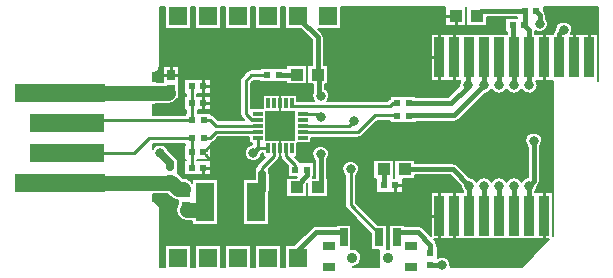
<source format=gbr>
G04 EasyPC Gerber Version 21.0.3 Build 4286 *
G04 #@! TF.Part,Single*
G04 #@! TF.FileFunction,Copper,L1,Top *
G04 #@! TF.FilePolarity,Positive *
%FSLAX35Y35*%
%MOIN*%
G04 #@! TA.AperFunction,SMDPad*
%ADD23R,0.01200X0.03200*%
%ADD18R,0.02400X0.02400*%
%ADD70R,0.02756X0.05906*%
%ADD28R,0.02800X0.03500*%
%ADD16R,0.03200X0.13200*%
%ADD24R,0.03200X0.01200*%
%ADD27R,0.02200X0.02000*%
%ADD17R,0.02400X0.02400*%
%ADD20R,0.03937X0.03150*%
%ADD19R,0.04291X0.03937*%
%ADD26R,0.06000X0.12800*%
G04 #@! TA.AperFunction,ComponentPad*
%ADD29R,0.06000X0.06000*%
G04 #@! TA.AperFunction,SMDPad*
%ADD25R,0.10000X0.10000*%
G04 #@! TD.AperFunction*
%ADD11C,0.00500*%
%ADD15C,0.01000*%
%ADD75C,0.01500*%
%ADD73C,0.02500*%
G04 #@! TA.AperFunction,ViaPad*
%ADD72C,0.03200*%
G04 #@! TA.AperFunction,ComponentPad*
%ADD71C,0.03543*%
G04 #@! TD.AperFunction*
%ADD74C,0.05000*%
G04 #@! TA.AperFunction,SMDPad*
%ADD22R,0.25000X0.06300*%
%ADD21R,0.30000X0.06300*%
X0Y0D02*
D02*
D11*
X50250Y25250D02*
G75*
G02X52750Y22750J-2500D01*
G01*
Y3250*
X54500*
Y10500*
X63000*
Y3250*
X64500*
Y10500*
X73000*
Y3250*
X74500*
Y10500*
X78750*
Y46374*
X72049*
X70609Y44912*
G75*
G02X69700Y44396I-1359J1339*
G01*
Y43700*
X69600*
Y38900*
X65000*
Y38700*
X69600*
Y33800*
X60800*
Y38700*
X61500*
Y38900*
X60800*
Y43800*
X60900*
Y44343*
X50250*
Y42619*
G75*
G02X55485Y42050I2500J-1369*
G01*
X57918Y39618*
G75*
G02X58315Y39100I-1768J-1768*
G01*
X58600*
Y38348*
G75*
G02X58650Y37850I-2451J-498*
G01*
Y36650*
G75*
G02X58600Y36152I-2501*
G01*
Y34512*
G75*
G02X59402Y33902I-1850J-3262*
G01*
X60303Y33000*
G75*
G02X63440Y31300I-3J-3750*
G01*
X63500*
Y32400*
X72000*
Y17100*
X63500*
Y18500*
X61750*
G75*
G02X58610Y20200J3750*
G01*
X58600*
Y20215*
G75*
G02Y24285I3150J2035*
G01*
Y25503*
G75*
G02X56098Y26598I150J3747*
G01*
X55197Y27500*
X50250*
Y25250*
G36*
G75*
G02X52750Y22750J-2500*
G01*
Y3250*
X54500*
Y10500*
X63000*
Y3250*
X64500*
Y10500*
X73000*
Y3250*
X74500*
Y10500*
X78750*
Y46374*
X72049*
X70609Y44912*
G75*
G02X69700Y44396I-1359J1339*
G01*
Y43700*
X69600*
Y38900*
X65000*
Y38700*
X69600*
Y33800*
X60800*
Y38700*
X61500*
Y38900*
X60800*
Y43800*
X60900*
Y44343*
X50250*
Y42619*
G75*
G02X55485Y42050I2500J-1369*
G01*
X57918Y39618*
G75*
G02X58315Y39100I-1768J-1768*
G01*
X58600*
Y38348*
G75*
G02X58650Y37850I-2451J-498*
G01*
Y36650*
G75*
G02X58600Y36152I-2501*
G01*
Y34512*
G75*
G02X59402Y33902I-1850J-3262*
G01*
X60303Y33000*
G75*
G02X63440Y31300I-3J-3750*
G01*
X63500*
Y32400*
X72000*
Y17100*
X63500*
Y18500*
X61750*
G75*
G02X58610Y20200J3750*
G01*
X58600*
Y20215*
G75*
G02Y24285I3150J2035*
G01*
Y25503*
G75*
G02X56098Y26598I150J3747*
G01*
X55197Y27500*
X50250*
Y25250*
G37*
Y53900D02*
X60900D01*
Y54600*
X61443*
Y55400*
X60800*
Y60300*
X61500*
Y60900*
X60800*
Y65800*
X69600*
Y60900*
X65000*
Y60300*
X69600*
Y55400*
X65257*
Y54600*
X69700*
Y54104*
G75*
G02X70599Y53599I-450J-1854*
G01*
X72040Y52157*
X78750*
Y82500*
X74500*
Y89750*
X73000*
Y82500*
X64500*
Y89750*
X63000*
Y82500*
X54500*
Y89750*
X52750*
Y70250*
G75*
G02X50250Y67750I-2500*
G01*
Y65323*
G75*
G02X51839Y65000J-4073*
G01*
X53600*
Y70300*
X58900*
Y62300*
G75*
G02Y60200I-3600J-1050*
G01*
Y59200*
X58440*
G75*
G02X55300Y57500I-3140J2050*
G01*
X51839*
G75*
G02X50250Y57177I-1589J3750*
G01*
Y53900*
G36*
X60900*
Y54600*
X61443*
Y55400*
X60800*
Y60300*
X61500*
Y60900*
X60800*
Y65800*
X69600*
Y60900*
X65000*
Y60300*
X69600*
Y55400*
X65257*
Y54600*
X69700*
Y54104*
G75*
G02X70599Y53599I-450J-1854*
G01*
X72040Y52157*
X78750*
Y82500*
X74500*
Y89750*
X73000*
Y82500*
X64500*
Y89750*
X63000*
Y82500*
X54500*
Y89750*
X52750*
Y70250*
G75*
G02X50250Y67750I-2500*
G01*
Y65323*
G75*
G02X51839Y65000J-4073*
G01*
X53600*
Y70300*
X58900*
Y62300*
G75*
G02Y60200I-3600J-1050*
G01*
Y59200*
X58440*
G75*
G02X55300Y57500I-3140J2050*
G01*
X51839*
G75*
G02X50250Y57177I-1589J3750*
G01*
Y53900*
G37*
X78750Y10500D02*
X83000D01*
Y3250*
X84500*
Y10500*
X93000*
Y3250*
X94500*
Y10500*
X97449*
X103224Y16276*
G75*
G02X104750Y16907I1526J-1526*
G01*
X111264*
Y17343*
X116520*
Y9270*
G75*
G02X119869Y6266I328J-3004*
G01*
G75*
G02X117030Y3250I-3022*
G01*
X125750*
Y5446*
G75*
G02Y7086I2908J820*
G01*
Y8937*
X123075*
Y14228*
X114901Y22401*
G75*
G02X114343Y23750I1349J1349*
G01*
Y33632*
G75*
G02X113400Y35750I1907J2118*
G01*
G75*
G02X119100I2850*
G01*
G75*
G02X118157Y33632I-2850*
G01*
Y24540*
X125355Y17343*
X125750*
Y27900*
X124800*
Y32531*
X123854*
Y38969*
X125750*
Y51743*
X125030*
X120086Y46889*
G75*
G02X118750Y46343I-1336J1361*
G01*
X103074*
Y44463*
X98537*
Y39926*
X97757*
X99192Y38506*
G75*
G02X99504Y38100I-1342J-1354*
G01*
X104200*
Y33200*
X103673*
G75*
G02X103591Y32969I-1923J550*
G01*
X104250*
Y38720*
G75*
G02X103400Y40750I2000J2030*
G01*
G75*
G02X109100I2850*
G01*
G75*
G02X108250Y38720I-2850*
G01*
Y32969*
X108646*
Y26531*
X101854*
Y31026*
X101646Y30817*
Y26531*
X94854*
Y32969*
X98140*
X98372Y33200*
X95400*
Y36891*
X93376Y38894*
G75*
G02X92811Y40250I1342J1356*
G01*
Y42776*
G75*
G02X92869Y43241I1907*
G01*
Y45626*
X97374*
Y54874*
X92869*
Y60574*
X98537*
Y58500*
X104000*
G75*
G02X103750Y61619I2250J1750*
G01*
Y64031*
X101854*
Y70469*
X103250*
Y78922*
X99672Y82500*
X94500*
Y89750*
X93000*
Y82500*
X84500*
Y89750*
X83000*
Y82500*
X78750*
Y52157*
X80645*
X79901Y52901*
G75*
G02X79343Y54250I1349J1349*
G01*
Y65250*
G75*
G02X79901Y66599I1907*
G01*
X81801Y68499*
G75*
G02X83150Y69057I1349J-1349*
G01*
X85900*
Y69600*
X94700*
Y69407*
X94854*
Y70469*
X101646*
Y64031*
X94854*
Y65093*
X94700*
Y64700*
X85900*
Y65243*
X83940*
X83157Y64460*
Y56037*
X86963*
Y60574*
X92631*
Y54874*
X88126*
Y45626*
X92631*
Y43241*
G75*
G02X92689Y42776I-1849J-465*
G01*
Y40250*
G75*
G02X92125Y38896I-1907*
G01*
X89100Y35894*
Y35507*
G75*
G02X89250Y33326I-2350J-1257*
G01*
Y28750*
G75*
G02X89000Y27660I-2500*
G01*
Y17100*
X80500*
Y32400*
X84250*
Y33326*
G75*
G02X84400Y35507I2500J924*
G01*
Y36500*
X84859*
G75*
G02X85406Y37604I1891J-250*
G01*
X87747Y39926*
X86963*
Y41026*
X86591*
G75*
G02X80900Y41250I-2841J224*
G01*
G75*
G02X83369Y44074I2850*
G01*
Y44463*
X82426*
Y46374*
X78750*
Y10500*
G36*
X83000*
Y3250*
X84500*
Y10500*
X93000*
Y3250*
X94500*
Y10500*
X97449*
X103224Y16276*
G75*
G02X104750Y16907I1526J-1526*
G01*
X111264*
Y17343*
X116520*
Y9270*
G75*
G02X119869Y6266I328J-3004*
G01*
G75*
G02X117030Y3250I-3022*
G01*
X125750*
Y5446*
G75*
G02Y7086I2908J820*
G01*
Y8937*
X123075*
Y14228*
X114901Y22401*
G75*
G02X114343Y23750I1349J1349*
G01*
Y33632*
G75*
G02X113400Y35750I1907J2118*
G01*
G75*
G02X119100I2850*
G01*
G75*
G02X118157Y33632I-2850*
G01*
Y24540*
X125355Y17343*
X125750*
Y27900*
X124800*
Y32531*
X123854*
Y38969*
X125750*
Y51743*
X125030*
X120086Y46889*
G75*
G02X118750Y46343I-1336J1361*
G01*
X103074*
Y44463*
X98537*
Y39926*
X97757*
X99192Y38506*
G75*
G02X99504Y38100I-1342J-1354*
G01*
X104200*
Y33200*
X103673*
G75*
G02X103591Y32969I-1923J550*
G01*
X104250*
Y38720*
G75*
G02X103400Y40750I2000J2030*
G01*
G75*
G02X109100I2850*
G01*
G75*
G02X108250Y38720I-2850*
G01*
Y32969*
X108646*
Y26531*
X101854*
Y31026*
X101646Y30817*
Y26531*
X94854*
Y32969*
X98140*
X98372Y33200*
X95400*
Y36891*
X93376Y38894*
G75*
G02X92811Y40250I1342J1356*
G01*
Y42776*
G75*
G02X92869Y43241I1907*
G01*
Y45626*
X97374*
Y54874*
X92869*
Y60574*
X98537*
Y58500*
X104000*
G75*
G02X103750Y61619I2250J1750*
G01*
Y64031*
X101854*
Y70469*
X103250*
Y78922*
X99672Y82500*
X94500*
Y89750*
X93000*
Y82500*
X84500*
Y89750*
X83000*
Y82500*
X78750*
Y52157*
X80645*
X79901Y52901*
G75*
G02X79343Y54250I1349J1349*
G01*
Y65250*
G75*
G02X79901Y66599I1907*
G01*
X81801Y68499*
G75*
G02X83150Y69057I1349J-1349*
G01*
X85900*
Y69600*
X94700*
Y69407*
X94854*
Y70469*
X101646*
Y64031*
X94854*
Y65093*
X94700*
Y64700*
X85900*
Y65243*
X83940*
X83157Y64460*
Y56037*
X86963*
Y60574*
X92631*
Y54874*
X88126*
Y45626*
X92631*
Y43241*
G75*
G02X92689Y42776I-1849J-465*
G01*
Y40250*
G75*
G02X92125Y38896I-1907*
G01*
X89100Y35894*
Y35507*
G75*
G02X89250Y33326I-2350J-1257*
G01*
Y28750*
G75*
G02X89000Y27660I-2500*
G01*
Y17100*
X80500*
Y32400*
X84250*
Y33326*
G75*
G02X84400Y35507I2500J924*
G01*
Y36500*
X84859*
G75*
G02X85406Y37604I1891J-250*
G01*
X87747Y39926*
X86963*
Y41026*
X86591*
G75*
G02X80900Y41250I-2841J224*
G01*
G75*
G02X83369Y44074I2850*
G01*
Y44463*
X82426*
Y46374*
X78750*
Y10500*
G37*
X125750Y17343D02*
X128331D01*
Y9270*
G75*
G02X128980Y9270I327J-3004*
G01*
Y17343*
X134236*
Y16907*
X138750*
G75*
G02X140276Y16276J-2157*
G01*
X142900Y13651*
Y28100*
X153750*
Y28220*
G75*
G02X152900Y30250I2000J2030*
G01*
G75*
G02Y30272I2865J11*
G01*
X149422Y33750*
X137646*
Y32531*
X133600*
Y27900*
X125750*
Y17343*
G36*
X128331*
Y9270*
G75*
G02X128980Y9270I327J-3004*
G01*
Y17343*
X134236*
Y16907*
X138750*
G75*
G02X140276Y16276J-2157*
G01*
X142900Y13651*
Y28100*
X153750*
Y28220*
G75*
G02X152900Y30250I2000J2030*
G01*
G75*
G02Y30272I2865J11*
G01*
X149422Y33750*
X137646*
Y32531*
X133600*
Y27900*
X125750*
Y17343*
G37*
Y38969D02*
X130646D01*
Y32800*
X130854*
Y38969*
X137646*
Y37750*
X150250*
G75*
G02X151664Y37164J-2000*
G01*
X155728Y33100*
G75*
G02X158250Y31619I22J-2850*
G01*
G75*
G02X163250I2500J-1369*
G01*
G75*
G02X168250I2500J-1369*
G01*
G75*
G02X173250I2500J-1369*
G01*
G75*
G02X175250Y33056I2500J-1369*
G01*
Y43220*
G75*
G02X174400Y45250I2000J2030*
G01*
G75*
G02X180100I2850*
G01*
G75*
G02X179250Y43220I-2850*
G01*
Y31750*
G75*
G02X178664Y30336I-2000*
G01*
X178600Y30272*
G75*
G02Y30250I-2872J-11*
G01*
G75*
G02X177750Y28220I-2850*
G01*
Y28100*
X183600*
Y13600*
X183750Y13750*
Y65200*
X178204*
G75*
G02X178600Y63750I-2454J-1450*
G01*
G75*
G02X173250Y62381I-2850*
G01*
G75*
G02X168250I-2500J1369*
G01*
G75*
G02X163250I-2500J1369*
G01*
G75*
G02X160959Y60907I-2500J1369*
G01*
X152276Y52224*
G75*
G02X150750Y51593I-1526J1526*
G01*
X138200*
Y51200*
X129400*
Y51743*
X125750*
Y38969*
G36*
X130646*
Y32800*
X130854*
Y38969*
X137646*
Y37750*
X150250*
G75*
G02X151664Y37164J-2000*
G01*
X155728Y33100*
G75*
G02X158250Y31619I22J-2850*
G01*
G75*
G02X163250I2500J-1369*
G01*
G75*
G02X168250I2500J-1369*
G01*
G75*
G02X173250I2500J-1369*
G01*
G75*
G02X175250Y33056I2500J-1369*
G01*
Y43220*
G75*
G02X174400Y45250I2000J2030*
G01*
G75*
G02X180100I2850*
G01*
G75*
G02X179250Y43220I-2850*
G01*
Y31750*
G75*
G02X178664Y30336I-2000*
G01*
X178600Y30272*
G75*
G02Y30250I-2872J-11*
G01*
G75*
G02X177750Y28220I-2850*
G01*
Y28100*
X183600*
Y13600*
X183750Y13750*
Y65200*
X178204*
G75*
G02X178600Y63750I-2454J-1450*
G01*
G75*
G02X173250Y62381I-2850*
G01*
G75*
G02X168250I-2500J1369*
G01*
G75*
G02X163250I-2500J1369*
G01*
G75*
G02X160959Y60907I-2500J1369*
G01*
X152276Y52224*
G75*
G02X150750Y51593I-1526J1526*
G01*
X138200*
Y51200*
X129400*
Y51743*
X125750*
Y38969*
G37*
Y58500D02*
X128525D01*
X129113Y59087*
G75*
G02X129300Y59250I1237J-1237*
G01*
Y60300*
X138100*
Y59907*
X148856*
X152414Y63465*
G75*
G02X152796Y65200I2836J285*
G01*
X142900*
Y80900*
X168250*
Y81400*
X167800*
Y86300*
X171800*
Y86350*
X161646*
Y83531*
X154854*
Y89750*
X154646*
Y83531*
X147854*
Y89750*
X125750*
Y58500*
G36*
X128525*
X129113Y59087*
G75*
G02X129300Y59250I1237J-1237*
G01*
Y60300*
X138100*
Y59907*
X148856*
X152414Y63465*
G75*
G02X152796Y65200I2836J285*
G01*
X142900*
Y80900*
X168250*
Y81400*
X167800*
Y86300*
X171800*
Y86350*
X161646*
Y83531*
X154854*
Y89750*
X154646*
Y83531*
X147854*
Y89750*
X125750*
Y58500*
G37*
Y89750*
X113000*
Y82500*
X105328*
X106664Y81164*
G75*
G02X107250Y79750I-1414J-1414*
G01*
Y70469*
X108646*
Y64031*
X107750*
Y62673*
G75*
G02X108500Y58500I-1500J-2423*
G01*
X125750*
G36*
Y89750*
X113000*
Y82500*
X105328*
X106664Y81164*
G75*
G02X107250Y79750I-1414J-1414*
G01*
Y70469*
X108646*
Y64031*
X107750*
Y62673*
G75*
G02X108500Y58500I-1500J-2423*
G01*
X125750*
G37*
X173250Y3250D02*
X182400Y12400D01*
X144151*
X144376Y12176*
G75*
G02X145007Y10650I-1526J-1526*
G01*
Y10200*
X145300*
Y6204*
G75*
G02X149556Y3250I1450J-2454*
G01*
X173250*
G36*
X182400Y12400*
X144151*
X144376Y12176*
G75*
G02X145007Y10650I-1526J-1526*
G01*
Y10200*
X145300*
Y6204*
G75*
G02X149556Y3250I1450J-2454*
G01*
X173250*
G37*
X198600Y65250D02*
X198750D01*
Y89750*
X180600*
Y88728*
X180664Y88664*
G75*
G02X181250Y87250I-1414J-1414*
G01*
Y86280*
G75*
G02X177750Y81827I-2000J-2030*
G01*
Y80900*
X183756*
G75*
G02X184336Y82164I1994J-150*
G01*
X184400Y82228*
G75*
G02Y82250I2865J11*
G01*
G75*
G02X190100I2850*
G01*
G75*
G02X189760Y80900I-2850J0*
G01*
X198600*
Y65250*
G36*
X198750*
Y89750*
X180600*
Y88728*
X180664Y88664*
G75*
G02X181250Y87250I-1414J-1414*
G01*
Y86280*
G75*
G02X177750Y81827I-2000J-2030*
G01*
Y80900*
X183756*
G75*
G02X184336Y82164I1994J-150*
G01*
X184400Y82228*
G75*
G02Y82250I2865J11*
G01*
G75*
G02X190100I2850*
G01*
G75*
G02X189760Y80900I-2850J0*
G01*
X198600*
Y65250*
G37*
D02*
D15*
X21750Y41250D02*
X44150D01*
X49150Y46250*
X63350*
Y46150*
X21750Y51250D02*
Y52150D01*
X63350*
X55350Y67300D02*
X53350D01*
X56250Y68550D02*
Y70550D01*
X57150Y67300D02*
X59150D01*
X63250Y36250D02*
Y41350D01*
Y63350D02*
Y57850D01*
X63350Y46150D02*
Y41450D01*
X63250Y41350*
X63350Y52150D02*
Y57750D01*
X63250Y57850*
X67150Y35550D02*
Y33550D01*
Y57150D02*
Y55150D01*
Y58550D02*
Y60550D01*
Y62650D02*
Y60650D01*
Y64050D02*
Y66050D01*
X67850Y36250D02*
X69850D01*
X67850Y57850D02*
X69850D01*
X67850Y63350D02*
X69850D01*
X67996Y40504D02*
X69850Y38650D01*
X67996Y42196D02*
X69850Y44050D01*
X85276Y46313D02*
Y42776D01*
X83750Y41250*
X85276Y48281D02*
Y48250D01*
X71250*
X69250Y46250*
Y46150*
X67250*
X85276Y50250D02*
X71250D01*
X69250Y52250*
X68750*
X68650Y52150*
X67250*
X88350Y67150D02*
X83150D01*
X81250Y65250*
Y54250*
X83250Y52250*
X85244*
X85276Y52219*
X88813Y42776D02*
X85276D01*
X90781D02*
X90750D01*
Y40250*
X86750Y36250*
Y34250*
X94719Y42776D02*
X94750D01*
Y40250*
X97850Y37150*
Y35650*
X96687Y57724D02*
Y56750D01*
X129250*
X130350Y57850*
X131750*
X100224Y50250D02*
X115750D01*
X117250Y51750*
X100224Y54187D02*
X105313D01*
X106250Y53250*
X116250Y35750D02*
Y23750D01*
X125750Y14250*
X125703Y13297*
Y13140*
X131150Y29650D02*
Y27650D01*
X131850Y30350D02*
X133850D01*
X131850Y53650D02*
Y53750D01*
X124250*
X118750Y48250*
X100224*
Y48281*
X144650Y20250D02*
X142650D01*
X144650Y73050D02*
X142650D01*
X145750Y14150D02*
Y12150D01*
Y26350D02*
Y28350D01*
Y66950D02*
Y64950D01*
Y79150D02*
Y81150D01*
X149604Y86750D02*
X147604D01*
X150750Y14150D02*
Y12150D01*
Y26350D02*
Y28350D01*
Y66950D02*
Y64950D01*
Y79150D02*
Y81150D01*
X151250Y85281D02*
Y83281D01*
X180750Y14150D02*
Y12150D01*
Y26350D02*
Y28350D01*
Y66950D02*
Y64950D01*
Y79150D02*
Y81150D01*
X190750Y79150D02*
Y81150D01*
X195750Y79150D02*
Y81150D01*
D02*
D16*
X145750Y20250D03*
Y73050D03*
X150750Y20250D03*
Y73050D03*
X155750Y20250D03*
Y73050D03*
X160750Y20250D03*
Y73050D03*
X165750Y20250D03*
Y73050D03*
X170750Y20250D03*
Y73050D03*
X175750Y20250D03*
Y73050D03*
X180750Y20250D03*
Y73050D03*
X185750D03*
X190750D03*
X195750D03*
D02*
D17*
X63250Y36250D03*
Y41350D03*
Y57850D03*
Y63350D03*
X63350Y46150D03*
Y52150D03*
X67150Y36250D03*
Y41350D03*
Y57850D03*
Y63350D03*
X67250Y46150D03*
Y52150D03*
X88350Y67150D03*
X92250D03*
X97850Y35650D03*
X101750D03*
X127250Y30350D03*
X131150D03*
X131750Y57850D03*
X131850Y53650D03*
X135650Y57850D03*
X135750Y53650D03*
X170250Y83850D03*
X174150D03*
X174250Y88350D03*
X178150D03*
D02*
D18*
X56150Y32750D03*
Y36650D03*
X142850Y3850D03*
Y7750D03*
D02*
D19*
X98250Y29750D03*
Y67250D03*
X105250Y29750D03*
Y67250D03*
X127250Y35750D03*
X134250D03*
X151250Y86750D03*
X158250D03*
D02*
D70*
X113892Y13140D03*
X125703D03*
X131608D03*
D02*
D71*
X116847Y6266D03*
X128658D03*
D02*
D20*
X108970Y3297D03*
Y10187D03*
X136530Y3297D03*
Y10187D03*
D02*
D21*
X19250Y31250D03*
Y61250D03*
D02*
D22*
X21750Y41250D03*
Y51250D03*
D02*
D23*
X88813Y42776D03*
Y57724D03*
X90781Y42776D03*
Y57724D03*
X92750Y42776D03*
Y57724D03*
X94719Y42776D03*
Y57724D03*
X96687Y42776D03*
Y57724D03*
D02*
D24*
X85276Y46313D03*
Y48281D03*
Y50250D03*
Y52219D03*
Y54187D03*
X100224Y46313D03*
Y48281D03*
Y50250D03*
Y52219D03*
Y54187D03*
D02*
D25*
X92750Y50250D03*
D02*
D26*
X67750Y24750D03*
X84750D03*
D02*
D27*
X82950Y34250D03*
X86750D03*
D02*
D28*
X56250Y62200D03*
Y67300D03*
X61250Y23200D03*
Y28300D03*
D02*
D29*
X58750Y6250D03*
Y86750D03*
X68750Y6250D03*
Y86750D03*
X78750Y6250D03*
Y86750D03*
X88750Y6250D03*
Y86750D03*
X98750Y6250D03*
Y86750D03*
X108750D03*
X118750D03*
D02*
D72*
X50250Y61250D03*
X52750Y41250D03*
X63250Y72250D03*
X75750Y39250D03*
X83750Y41250D03*
X106250Y40750D03*
Y53250D03*
Y60250D03*
X114250Y60750D03*
X116250Y35750D03*
X117250Y51750D03*
X140250Y83750D03*
X146750Y3750D03*
X155250Y63750D03*
X155750Y30250D03*
X160750D03*
Y63750D03*
X165250Y39750D03*
Y52250D03*
X165750Y30250D03*
Y63750D03*
X167750Y6750D03*
X170750Y30250D03*
Y63750D03*
X175750Y30250D03*
Y63750D03*
X177250Y45250D03*
X179250Y84250D03*
X187250Y82250D03*
X194250Y85750D03*
D02*
D73*
X55300Y61250D02*
X56250Y62200D01*
X56150Y36650D02*
Y37850D01*
X52750Y41250*
X60300Y29250D02*
X61250Y28300D01*
X61750Y22250D02*
X61250Y22750D01*
Y23200*
X84750Y24750D02*
Y26750D01*
X86750Y28750*
Y34250*
D02*
D74*
X19250Y31250D02*
X56750D01*
X58750Y29250*
X60300*
X19250Y61250D02*
X50250D01*
X55300*
X67750Y24750D02*
Y22250D01*
X61750*
D02*
D75*
X85276Y42776D02*
X83750Y41250D01*
X98250Y67250D02*
X92350D01*
X92250Y67150*
X98750Y86750D02*
Y86250D01*
X105250Y79750*
Y67250*
X101750Y35650D02*
Y33750D01*
X98250Y30250*
Y29750*
X105250Y67250D02*
X105750Y66750D01*
Y60250*
X106250*
Y40750D02*
Y30750D01*
X105250Y29750*
X113892Y13140D02*
X113750Y13281D01*
Y14750*
X104750*
X98750Y8750*
Y6250*
X127250Y35750D02*
Y30350D01*
X131608Y13140D02*
Y14608D01*
X131750Y14750*
X138750*
X142850Y10650*
Y7750*
Y3850D02*
X146650D01*
X146750Y3750*
X155250Y63750D02*
Y63250D01*
X149750Y57750*
X135650*
Y57850*
X155750Y20250D02*
Y30250D01*
X150250Y35750*
X134250*
X155750Y73050D02*
Y68750D01*
X155250*
Y63750*
X160750Y20250D02*
Y30250D01*
Y63750D02*
X150750Y53750D01*
X135750*
Y53650*
X160750Y73050D02*
Y63750D01*
X165750Y20250D02*
Y30250D01*
Y73050D02*
Y63750D01*
X170250Y83850D02*
Y73550D01*
X170750Y73050*
Y20250D02*
Y30250D01*
Y73050D02*
Y63750D01*
X174250Y88350D02*
X159850D01*
X158250Y86750*
X174250Y88350D02*
Y83950D01*
X174150Y83850*
X175750Y20250D02*
Y30250D01*
Y63750D02*
Y73050D01*
Y82250*
X174150Y83850*
X177250Y45250D02*
Y31750D01*
X175750Y30250*
X178150Y88350D02*
X179250Y87250D01*
Y84250*
X185750Y73050D02*
Y80750D01*
X187250Y82250*
X0Y0D02*
M02*

</source>
